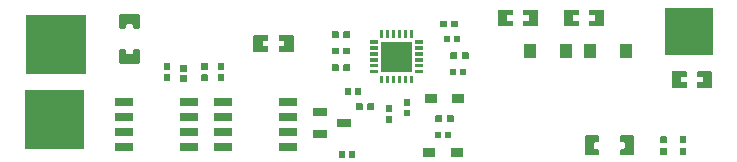
<source format=gtp>
G04 Layer: TopPasteMaskLayer*
G04 EasyEDA v6.4.25, 2021-11-19T22:14:56+01:00*
G04 fb237d5051ec4c31b6b5e7a524a6c443,10*
G04 Gerber Generator version 0.2*
G04 Scale: 100 percent, Rotated: No, Reflected: No *
G04 Dimensions in millimeters *
G04 leading zeros omitted , absolute positions ,4 integer and 5 decimal *
%FSLAX45Y45*%
%MOMM*%

%ADD17R,1.0000X1.2000*%
%ADD18R,1.5250X0.7000*%
%ADD19R,1.2500X0.7000*%

%LPD*%
G36*
X915568Y-404977D02*
G01*
X905560Y-414985D01*
X905560Y-515772D01*
X915568Y-525729D01*
X1065631Y-525729D01*
X1075639Y-515772D01*
X1075639Y-414985D01*
X1065631Y-404977D01*
X1029512Y-404977D01*
X1019505Y-414985D01*
X1019505Y-436067D01*
X1009497Y-446074D01*
X971702Y-446074D01*
X961694Y-436067D01*
X961694Y-414985D01*
X951687Y-404977D01*
G37*
G36*
X915568Y-109270D02*
G01*
X905560Y-119227D01*
X905560Y-220014D01*
X915568Y-230022D01*
X951687Y-230022D01*
X961694Y-220014D01*
X961694Y-198932D01*
X971702Y-188925D01*
X1009497Y-188925D01*
X1019505Y-198932D01*
X1019505Y-220014D01*
X1029512Y-230022D01*
X1065631Y-230022D01*
X1075639Y-220014D01*
X1075639Y-119227D01*
X1065631Y-109270D01*
G37*
G36*
X5588101Y-591413D02*
G01*
X5583072Y-596392D01*
X5583072Y-724408D01*
X5588101Y-729386D01*
X5703112Y-729386D01*
X5708091Y-724408D01*
X5707583Y-682396D01*
X5663590Y-682396D01*
X5663590Y-637387D01*
X5708599Y-637387D01*
X5708091Y-596392D01*
X5703112Y-591413D01*
G37*
G36*
X5803087Y-591413D02*
G01*
X5798108Y-596392D01*
X5798616Y-637387D01*
X5842609Y-637387D01*
X5842609Y-682396D01*
X5798108Y-682396D01*
X5798108Y-724408D01*
X5803087Y-729386D01*
X5918098Y-729386D01*
X5923076Y-724408D01*
X5923076Y-596392D01*
X5918098Y-591413D01*
G37*
G36*
X2259787Y-286613D02*
G01*
X2254808Y-291592D01*
X2255316Y-333603D01*
X2299309Y-333603D01*
X2299309Y-378612D01*
X2254300Y-378612D01*
X2254808Y-419608D01*
X2259787Y-424586D01*
X2374798Y-424586D01*
X2379827Y-419608D01*
X2379827Y-291592D01*
X2374798Y-286613D01*
G37*
G36*
X2044801Y-286613D02*
G01*
X2039823Y-291592D01*
X2039823Y-419608D01*
X2044801Y-424586D01*
X2159812Y-424586D01*
X2164791Y-419608D01*
X2164283Y-378612D01*
X2120290Y-378612D01*
X2120290Y-333603D01*
X2164791Y-333603D01*
X2164791Y-291592D01*
X2159812Y-286613D01*
G37*
G36*
X3165195Y-874521D02*
G01*
X3160217Y-879500D01*
X3160217Y-927506D01*
X3165195Y-934516D01*
X3210204Y-934516D01*
X3215182Y-927506D01*
X3215182Y-879500D01*
X3210204Y-874521D01*
G37*
G36*
X3165195Y-970483D02*
G01*
X3160217Y-977493D01*
X3160217Y-1025499D01*
X3165195Y-1030478D01*
X3210204Y-1030478D01*
X3215182Y-1025499D01*
X3215182Y-977493D01*
X3210204Y-970483D01*
G37*
G36*
X3720693Y-163017D02*
G01*
X3713683Y-167995D01*
X3713683Y-213004D01*
X3720693Y-217982D01*
X3768699Y-217982D01*
X3773678Y-213004D01*
X3773678Y-167995D01*
X3768699Y-163017D01*
G37*
G36*
X3622700Y-163017D02*
G01*
X3617722Y-167995D01*
X3617722Y-213004D01*
X3622700Y-217982D01*
X3670706Y-217982D01*
X3677716Y-213004D01*
X3677716Y-167995D01*
X3670706Y-163017D01*
G37*
G36*
X2708300Y-251917D02*
G01*
X2703322Y-256895D01*
X2703322Y-301904D01*
X2708300Y-306882D01*
X2756306Y-306882D01*
X2763316Y-301904D01*
X2763316Y-256895D01*
X2756306Y-251917D01*
G37*
G36*
X2806293Y-251917D02*
G01*
X2799283Y-256895D01*
X2799283Y-301904D01*
X2806293Y-306882D01*
X2854299Y-306882D01*
X2859278Y-301904D01*
X2859278Y-256895D01*
X2854299Y-251917D01*
G37*
G36*
X2708300Y-391617D02*
G01*
X2703322Y-396595D01*
X2703322Y-441604D01*
X2708300Y-446582D01*
X2756306Y-446582D01*
X2763316Y-441604D01*
X2763316Y-396595D01*
X2756306Y-391617D01*
G37*
G36*
X2806293Y-391617D02*
G01*
X2799283Y-396595D01*
X2799283Y-441604D01*
X2806293Y-446582D01*
X2854299Y-446582D01*
X2859278Y-441604D01*
X2859278Y-396595D01*
X2854299Y-391617D01*
G37*
G36*
X2708300Y-531317D02*
G01*
X2703322Y-536295D01*
X2703322Y-581304D01*
X2708300Y-586282D01*
X2756306Y-586282D01*
X2763316Y-581304D01*
X2763316Y-536295D01*
X2756306Y-531317D01*
G37*
G36*
X2806293Y-531317D02*
G01*
X2799283Y-536295D01*
X2799283Y-581304D01*
X2806293Y-586282D01*
X2854299Y-586282D01*
X2859278Y-581304D01*
X2859278Y-536295D01*
X2854299Y-531317D01*
G37*
G36*
X1285595Y-614883D02*
G01*
X1280617Y-621893D01*
X1280617Y-669899D01*
X1285595Y-674878D01*
X1330604Y-674878D01*
X1335582Y-669899D01*
X1335582Y-621893D01*
X1330604Y-614883D01*
G37*
G36*
X1285595Y-518922D02*
G01*
X1280617Y-523900D01*
X1280617Y-571906D01*
X1285595Y-578916D01*
X1330604Y-578916D01*
X1335582Y-571906D01*
X1335582Y-523900D01*
X1330604Y-518922D01*
G37*
G36*
X1603095Y-614883D02*
G01*
X1598117Y-621893D01*
X1598117Y-669899D01*
X1603095Y-674878D01*
X1648104Y-674878D01*
X1653082Y-669899D01*
X1653082Y-621893D01*
X1648104Y-614883D01*
G37*
G36*
X1603095Y-518922D02*
G01*
X1598117Y-523900D01*
X1598117Y-571906D01*
X1603095Y-578916D01*
X1648104Y-578916D01*
X1653082Y-571906D01*
X1653082Y-523900D01*
X1648104Y-518922D01*
G37*
G36*
X1742795Y-518922D02*
G01*
X1737817Y-523900D01*
X1737817Y-571906D01*
X1742795Y-578916D01*
X1787804Y-578916D01*
X1792782Y-571906D01*
X1792782Y-523900D01*
X1787804Y-518922D01*
G37*
G36*
X1742795Y-614883D02*
G01*
X1737817Y-621893D01*
X1737817Y-669899D01*
X1742795Y-674878D01*
X1787804Y-674878D01*
X1792782Y-669899D01*
X1792782Y-621893D01*
X1787804Y-614883D01*
G37*
G36*
X5654395Y-1141222D02*
G01*
X5649417Y-1146200D01*
X5649417Y-1194206D01*
X5654395Y-1201216D01*
X5699404Y-1201216D01*
X5704382Y-1194206D01*
X5704382Y-1146200D01*
X5699404Y-1141222D01*
G37*
G36*
X5654395Y-1237183D02*
G01*
X5649417Y-1244193D01*
X5649417Y-1292199D01*
X5654395Y-1297178D01*
X5699404Y-1297178D01*
X5704382Y-1292199D01*
X5704382Y-1244193D01*
X5699404Y-1237183D01*
G37*
G36*
X5489295Y-1141222D02*
G01*
X5484317Y-1146200D01*
X5484317Y-1194206D01*
X5489295Y-1201216D01*
X5534304Y-1201216D01*
X5539282Y-1194206D01*
X5539282Y-1146200D01*
X5534304Y-1141222D01*
G37*
G36*
X5489295Y-1237183D02*
G01*
X5484317Y-1244193D01*
X5484317Y-1292199D01*
X5489295Y-1297178D01*
X5534304Y-1297178D01*
X5539282Y-1292199D01*
X5539282Y-1244193D01*
X5534304Y-1237183D01*
G37*
G36*
X3584600Y-963117D02*
G01*
X3579622Y-968095D01*
X3579622Y-1013104D01*
X3584600Y-1018082D01*
X3632606Y-1018082D01*
X3639616Y-1013104D01*
X3639616Y-968095D01*
X3632606Y-963117D01*
G37*
G36*
X3682593Y-963117D02*
G01*
X3675583Y-968095D01*
X3675583Y-1013104D01*
X3682593Y-1018082D01*
X3730599Y-1018082D01*
X3735578Y-1013104D01*
X3735578Y-968095D01*
X3730599Y-963117D01*
G37*
G36*
X3653536Y-290474D02*
G01*
X3649522Y-294487D01*
X3649522Y-340512D01*
X3653536Y-344525D01*
X3703574Y-344525D01*
X3707587Y-340512D01*
X3707587Y-294487D01*
X3703574Y-290474D01*
G37*
G36*
X3738626Y-290474D02*
G01*
X3734612Y-294487D01*
X3734612Y-340512D01*
X3738626Y-344525D01*
X3788664Y-344525D01*
X3792677Y-340512D01*
X3792677Y-294487D01*
X3788664Y-290474D01*
G37*
G36*
X4856327Y-1134160D02*
G01*
X4846370Y-1144168D01*
X4846370Y-1294231D01*
X4856327Y-1304239D01*
X4957114Y-1304239D01*
X4967122Y-1294231D01*
X4967122Y-1258112D01*
X4957114Y-1248105D01*
X4936032Y-1248105D01*
X4926025Y-1238097D01*
X4926025Y-1200302D01*
X4936032Y-1190294D01*
X4957114Y-1190294D01*
X4967122Y-1180287D01*
X4967122Y-1144168D01*
X4957114Y-1134160D01*
G37*
G36*
X5152085Y-1134160D02*
G01*
X5142077Y-1144168D01*
X5142077Y-1180287D01*
X5152085Y-1190294D01*
X5173167Y-1190294D01*
X5183174Y-1200302D01*
X5183174Y-1238097D01*
X5173167Y-1248105D01*
X5152085Y-1248105D01*
X5142077Y-1258112D01*
X5142077Y-1294231D01*
X5152085Y-1304239D01*
X5252872Y-1304239D01*
X5262829Y-1294231D01*
X5262829Y-1144168D01*
X5252872Y-1134160D01*
G37*
G36*
X3704336Y-569874D02*
G01*
X3700322Y-573887D01*
X3700322Y-619912D01*
X3704336Y-623925D01*
X3754374Y-623925D01*
X3758387Y-619912D01*
X3758387Y-573887D01*
X3754374Y-569874D01*
G37*
G36*
X3789426Y-569874D02*
G01*
X3785412Y-573887D01*
X3785412Y-619912D01*
X3789426Y-623925D01*
X3839464Y-623925D01*
X3843477Y-619912D01*
X3843477Y-573887D01*
X3839464Y-569874D01*
G37*
G36*
X1424787Y-623112D02*
G01*
X1420774Y-627075D01*
X1420774Y-677164D01*
X1424787Y-681177D01*
X1470812Y-681177D01*
X1474825Y-677164D01*
X1474825Y-627075D01*
X1470812Y-623112D01*
G37*
G36*
X1424787Y-538022D02*
G01*
X1420774Y-542036D01*
X1420774Y-592124D01*
X1424787Y-596087D01*
X1470812Y-596087D01*
X1474825Y-592124D01*
X1474825Y-542036D01*
X1470812Y-538022D01*
G37*
G36*
X3317087Y-915212D02*
G01*
X3313074Y-919175D01*
X3313074Y-969264D01*
X3317087Y-973277D01*
X3363112Y-973277D01*
X3367125Y-969264D01*
X3367125Y-919175D01*
X3363112Y-915212D01*
G37*
G36*
X3317087Y-830122D02*
G01*
X3313074Y-834136D01*
X3313074Y-884224D01*
X3317087Y-888187D01*
X3363112Y-888187D01*
X3367125Y-884224D01*
X3367125Y-834136D01*
X3363112Y-830122D01*
G37*
G36*
X2764536Y-1268374D02*
G01*
X2760522Y-1272387D01*
X2760522Y-1318412D01*
X2764536Y-1322425D01*
X2814574Y-1322425D01*
X2818587Y-1318412D01*
X2818587Y-1272387D01*
X2814574Y-1268374D01*
G37*
G36*
X2849626Y-1268374D02*
G01*
X2845612Y-1272387D01*
X2845612Y-1318412D01*
X2849626Y-1322425D01*
X2899664Y-1322425D01*
X2903677Y-1318412D01*
X2903677Y-1272387D01*
X2899664Y-1268374D01*
G37*
G36*
X3662426Y-1103274D02*
G01*
X3658412Y-1107287D01*
X3658412Y-1153312D01*
X3662426Y-1157325D01*
X3712464Y-1157325D01*
X3716477Y-1153312D01*
X3716477Y-1107287D01*
X3712464Y-1103274D01*
G37*
G36*
X3577336Y-1103274D02*
G01*
X3573322Y-1107287D01*
X3573322Y-1153312D01*
X3577336Y-1157325D01*
X3627374Y-1157325D01*
X3631387Y-1153312D01*
X3631387Y-1107287D01*
X3627374Y-1103274D01*
G37*
G36*
X2900426Y-734974D02*
G01*
X2896412Y-738987D01*
X2896412Y-785012D01*
X2900426Y-789025D01*
X2950464Y-789025D01*
X2954477Y-785012D01*
X2954477Y-738987D01*
X2950464Y-734974D01*
G37*
G36*
X2815336Y-734974D02*
G01*
X2811322Y-738987D01*
X2811322Y-785012D01*
X2815336Y-789025D01*
X2865374Y-789025D01*
X2869387Y-785012D01*
X2869387Y-738987D01*
X2865374Y-734974D01*
G37*
G36*
X3009493Y-861517D02*
G01*
X3002483Y-866495D01*
X3002483Y-911504D01*
X3009493Y-916482D01*
X3057499Y-916482D01*
X3062478Y-911504D01*
X3062478Y-866495D01*
X3057499Y-861517D01*
G37*
G36*
X2911500Y-861517D02*
G01*
X2906522Y-866495D01*
X2906522Y-911504D01*
X2911500Y-916482D01*
X2959506Y-916482D01*
X2966516Y-911504D01*
X2966516Y-866495D01*
X2959506Y-861517D01*
G37*
G36*
X3711600Y-429717D02*
G01*
X3706622Y-434695D01*
X3706622Y-479704D01*
X3711600Y-484682D01*
X3759606Y-484682D01*
X3766616Y-479704D01*
X3766616Y-434695D01*
X3759606Y-429717D01*
G37*
G36*
X3809593Y-429717D02*
G01*
X3802583Y-434695D01*
X3802583Y-479704D01*
X3809593Y-484682D01*
X3857599Y-484682D01*
X3862578Y-479704D01*
X3862578Y-434695D01*
X3857599Y-429717D01*
G37*
G36*
X4114901Y-70713D02*
G01*
X4109872Y-75692D01*
X4109872Y-203708D01*
X4114901Y-208686D01*
X4229912Y-208686D01*
X4234891Y-203708D01*
X4234383Y-161696D01*
X4190390Y-161696D01*
X4190390Y-116687D01*
X4235399Y-116687D01*
X4234891Y-75692D01*
X4229912Y-70713D01*
G37*
G36*
X4329887Y-70713D02*
G01*
X4324908Y-75692D01*
X4325416Y-116687D01*
X4369409Y-116687D01*
X4369409Y-161696D01*
X4324908Y-161696D01*
X4324908Y-203708D01*
X4329887Y-208686D01*
X4444898Y-208686D01*
X4449876Y-203708D01*
X4449876Y-75692D01*
X4444898Y-70713D01*
G37*
G36*
X4888687Y-70713D02*
G01*
X4883708Y-75692D01*
X4884216Y-117703D01*
X4928209Y-117703D01*
X4928209Y-162712D01*
X4883200Y-162712D01*
X4883708Y-203708D01*
X4888687Y-208686D01*
X5003698Y-208686D01*
X5008727Y-203708D01*
X5008727Y-75692D01*
X5003698Y-70713D01*
G37*
G36*
X4673701Y-70713D02*
G01*
X4668723Y-75692D01*
X4668723Y-203708D01*
X4673701Y-208686D01*
X4788712Y-208686D01*
X4793691Y-203708D01*
X4793183Y-162712D01*
X4749190Y-162712D01*
X4749190Y-117703D01*
X4793691Y-117703D01*
X4793691Y-75692D01*
X4788712Y-70713D01*
G37*
G36*
X3712154Y-1245199D02*
G01*
X3812156Y-1245199D01*
X3812156Y-1320200D01*
X3712154Y-1320200D01*
G37*
G36*
X3477648Y-1245199D02*
G01*
X3577650Y-1245199D01*
X3577650Y-1320200D01*
X3477648Y-1320200D01*
G37*
G36*
X3724854Y-787999D02*
G01*
X3824856Y-787999D01*
X3824856Y-863000D01*
X3724854Y-863000D01*
G37*
G36*
X3490348Y-787999D02*
G01*
X3590350Y-787999D01*
X3590350Y-863000D01*
X3490348Y-863000D01*
G37*
D17*
G01*
X4378909Y-419100D03*
G01*
X4688890Y-419100D03*
G01*
X4886909Y-419100D03*
G01*
X5196890Y-419100D03*
G36*
X871753Y-815898D02*
G01*
X1024254Y-815898D01*
X1024254Y-885901D01*
X871753Y-885901D01*
G37*
G36*
X871753Y-942898D02*
G01*
X1024254Y-942898D01*
X1024254Y-1012901D01*
X871753Y-1012901D01*
G37*
G36*
X871753Y-1069898D02*
G01*
X1024254Y-1069898D01*
X1024254Y-1139901D01*
X871753Y-1139901D01*
G37*
G36*
X871753Y-1196898D02*
G01*
X1024254Y-1196898D01*
X1024254Y-1266901D01*
X871753Y-1266901D01*
G37*
G36*
X1414145Y-1196898D02*
G01*
X1566646Y-1196898D01*
X1566646Y-1266901D01*
X1414145Y-1266901D01*
G37*
G36*
X1414145Y-1069898D02*
G01*
X1566646Y-1069898D01*
X1566646Y-1139901D01*
X1414145Y-1139901D01*
G37*
G36*
X1414145Y-942898D02*
G01*
X1566646Y-942898D01*
X1566646Y-1012901D01*
X1414145Y-1012901D01*
G37*
G36*
X1414145Y-815898D02*
G01*
X1566646Y-815898D01*
X1566646Y-885901D01*
X1414145Y-885901D01*
G37*
D18*
G01*
X2328595Y-1231900D03*
G01*
X2328595Y-1104900D03*
G01*
X2328595Y-977900D03*
G01*
X2328595Y-850900D03*
G01*
X1786204Y-850900D03*
G01*
X1786204Y-977900D03*
G01*
X1786204Y-1104900D03*
G01*
X1786204Y-1231900D03*
D19*
G01*
X2605100Y-933704D03*
G01*
X2605100Y-1123695D03*
G01*
X2805099Y-1028700D03*
G36*
X3112201Y-693900D02*
G01*
X3112201Y-627400D01*
X3140199Y-627400D01*
X3140199Y-693900D01*
G37*
G36*
X3162200Y-693900D02*
G01*
X3162200Y-627400D01*
X3190199Y-627400D01*
X3190199Y-693900D01*
G37*
G36*
X3212200Y-693900D02*
G01*
X3212200Y-627400D01*
X3240199Y-627400D01*
X3240199Y-693900D01*
G37*
G36*
X3262200Y-693900D02*
G01*
X3262200Y-627400D01*
X3290199Y-627400D01*
X3290199Y-693900D01*
G37*
G36*
X3312200Y-693900D02*
G01*
X3312200Y-627400D01*
X3340199Y-627400D01*
X3340199Y-693900D01*
G37*
G36*
X3362200Y-693900D02*
G01*
X3362200Y-627400D01*
X3390198Y-627400D01*
X3390198Y-693900D01*
G37*
G36*
X3475200Y-608898D02*
G01*
X3475200Y-580900D01*
X3408700Y-580900D01*
X3408700Y-608898D01*
G37*
G36*
X3475200Y-558899D02*
G01*
X3475200Y-530900D01*
X3408700Y-530900D01*
X3408700Y-558899D01*
G37*
G36*
X3475200Y-508899D02*
G01*
X3475200Y-480900D01*
X3408700Y-480900D01*
X3408700Y-508899D01*
G37*
G36*
X3475200Y-458899D02*
G01*
X3475200Y-430900D01*
X3408700Y-430900D01*
X3408700Y-458899D01*
G37*
G36*
X3475200Y-408899D02*
G01*
X3475200Y-380900D01*
X3408700Y-380900D01*
X3408700Y-408899D01*
G37*
G36*
X3475200Y-358899D02*
G01*
X3475200Y-330901D01*
X3408700Y-330901D01*
X3408700Y-358899D01*
G37*
G36*
X3362200Y-245899D02*
G01*
X3362200Y-312399D01*
X3390198Y-312399D01*
X3390198Y-245899D01*
G37*
G36*
X3312200Y-245899D02*
G01*
X3312200Y-312399D01*
X3340199Y-312399D01*
X3340199Y-245899D01*
G37*
G36*
X3262200Y-245899D02*
G01*
X3262200Y-312399D01*
X3290199Y-312399D01*
X3290199Y-245899D01*
G37*
G36*
X3212200Y-245899D02*
G01*
X3212200Y-312399D01*
X3240199Y-312399D01*
X3240199Y-245899D01*
G37*
G36*
X3162200Y-245899D02*
G01*
X3162200Y-312399D01*
X3190199Y-312399D01*
X3190199Y-245899D01*
G37*
G36*
X3112201Y-245899D02*
G01*
X3112201Y-312399D01*
X3140199Y-312399D01*
X3140199Y-245899D01*
G37*
G36*
X3093699Y-358899D02*
G01*
X3093699Y-330901D01*
X3027199Y-330901D01*
X3027199Y-358899D01*
G37*
G36*
X3093699Y-408899D02*
G01*
X3093699Y-380900D01*
X3027199Y-380900D01*
X3027199Y-408899D01*
G37*
G36*
X3093699Y-458899D02*
G01*
X3093699Y-430900D01*
X3027199Y-430900D01*
X3027199Y-458899D01*
G37*
G36*
X3093699Y-508899D02*
G01*
X3093699Y-480900D01*
X3027199Y-480900D01*
X3027199Y-508899D01*
G37*
G36*
X3093699Y-558899D02*
G01*
X3093699Y-530900D01*
X3027199Y-530900D01*
X3027199Y-558899D01*
G37*
G36*
X3093699Y-608898D02*
G01*
X3093699Y-580900D01*
X3027199Y-580900D01*
X3027199Y-608898D01*
G37*
G36*
X3123699Y-342399D02*
G01*
X3378700Y-342399D01*
X3378700Y-597400D01*
X3123699Y-597400D01*
G37*
G36*
X5527700Y-54000D02*
G01*
X5927699Y-54000D01*
X5927699Y-453999D01*
X5527700Y-453999D01*
G37*
G36*
X118300Y-118300D02*
G01*
X618299Y-118300D01*
X618299Y-618299D01*
X118300Y-618299D01*
G37*
G36*
X105600Y-753300D02*
G01*
X605599Y-753300D01*
X605599Y-1253299D01*
X105600Y-1253299D01*
G37*
M02*

</source>
